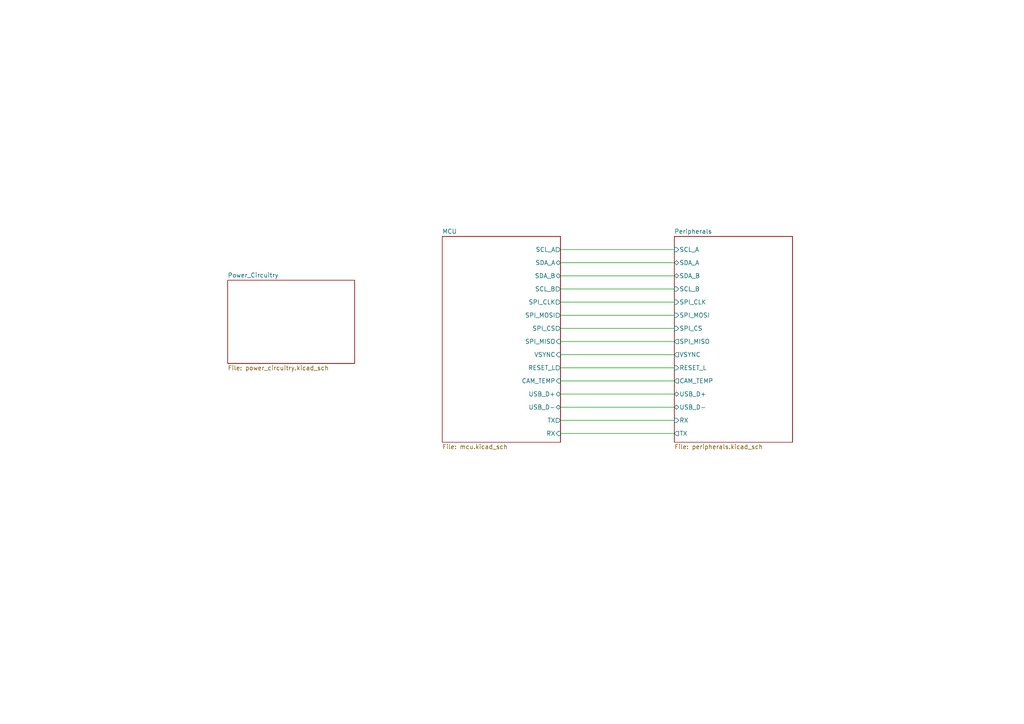
<source format=kicad_sch>
(kicad_sch
	(version 20231120)
	(generator "eeschema")
	(generator_version "8.0")
	(uuid "1b613237-19dc-4add-b759-22dbb1a2d9dd")
	(paper "A4")
	(lib_symbols)
	(wire
		(pts
			(xy 162.56 91.44) (xy 195.58 91.44)
		)
		(stroke
			(width 0)
			(type default)
		)
		(uuid "22661251-41df-428a-b040-8c7c55c62fdf")
	)
	(wire
		(pts
			(xy 162.56 80.01) (xy 195.58 80.01)
		)
		(stroke
			(width 0)
			(type default)
		)
		(uuid "3ee23aeb-814e-42d0-a385-941982ce78a7")
	)
	(wire
		(pts
			(xy 162.56 76.2) (xy 195.58 76.2)
		)
		(stroke
			(width 0)
			(type default)
		)
		(uuid "415ed1f1-fac1-41f1-beae-018a610d45ed")
	)
	(wire
		(pts
			(xy 162.56 106.68) (xy 195.58 106.68)
		)
		(stroke
			(width 0)
			(type default)
		)
		(uuid "60f33236-bfd8-4469-a9a6-c718ca8caeef")
	)
	(wire
		(pts
			(xy 162.56 102.87) (xy 195.58 102.87)
		)
		(stroke
			(width 0)
			(type default)
		)
		(uuid "65c3af8d-6dec-4b69-af8d-05162d160371")
	)
	(wire
		(pts
			(xy 162.56 110.49) (xy 195.58 110.49)
		)
		(stroke
			(width 0)
			(type default)
		)
		(uuid "6b7aa35c-17a0-4a11-88bf-46c0872215f7")
	)
	(wire
		(pts
			(xy 162.56 99.06) (xy 195.58 99.06)
		)
		(stroke
			(width 0)
			(type default)
		)
		(uuid "6bb39e43-84ba-4ef4-8fbd-63e107d8f496")
	)
	(wire
		(pts
			(xy 162.56 114.3) (xy 195.58 114.3)
		)
		(stroke
			(width 0)
			(type default)
		)
		(uuid "87204314-7586-49f0-bb7b-d71fc0a29160")
	)
	(wire
		(pts
			(xy 162.56 72.39) (xy 195.58 72.39)
		)
		(stroke
			(width 0)
			(type default)
		)
		(uuid "9886850c-c417-4c1f-9c9d-3d812390c0d2")
	)
	(wire
		(pts
			(xy 162.56 87.63) (xy 195.58 87.63)
		)
		(stroke
			(width 0)
			(type default)
		)
		(uuid "a2d4fbb9-d457-418b-abcc-aa4f0963b834")
	)
	(wire
		(pts
			(xy 162.56 83.82) (xy 195.58 83.82)
		)
		(stroke
			(width 0)
			(type default)
		)
		(uuid "a7474fec-9183-4bbb-b8d5-3ac41b52fb0d")
	)
	(wire
		(pts
			(xy 162.56 125.73) (xy 195.58 125.73)
		)
		(stroke
			(width 0)
			(type default)
		)
		(uuid "c63977ce-e0ff-4038-8662-a3e8ab4b6594")
	)
	(wire
		(pts
			(xy 162.56 95.25) (xy 195.58 95.25)
		)
		(stroke
			(width 0)
			(type default)
		)
		(uuid "e1749e27-41c4-4eec-88fb-e2d562feae4a")
	)
	(wire
		(pts
			(xy 162.56 121.92) (xy 195.58 121.92)
		)
		(stroke
			(width 0)
			(type default)
		)
		(uuid "e65c64b2-83e3-464b-a69f-a79af3a809d3")
	)
	(wire
		(pts
			(xy 162.56 118.11) (xy 195.58 118.11)
		)
		(stroke
			(width 0)
			(type default)
		)
		(uuid "f0d5cfb4-365d-4e9e-ae0f-8c7a2bde4368")
	)
	(sheet
		(at 128.27 68.58)
		(size 34.29 59.69)
		(fields_autoplaced yes)
		(stroke
			(width 0.1524)
			(type solid)
		)
		(fill
			(color 0 0 0 0.0000)
		)
		(uuid "069bbaa0-8b55-4008-896f-7c5bd92df2ff")
		(property "Sheetname" "MCU"
			(at 128.27 67.8684 0)
			(effects
				(font
					(size 1.27 1.27)
				)
				(justify left bottom)
			)
		)
		(property "Sheetfile" "mcu.kicad_sch"
			(at 128.27 128.8546 0)
			(effects
				(font
					(size 1.27 1.27)
				)
				(justify left top)
			)
		)
		(pin "CAM_TEMP" input
			(at 162.56 110.49 0)
			(effects
				(font
					(size 1.27 1.27)
				)
				(justify right)
			)
			(uuid "23d81660-2fb6-4010-aaec-d56b17740743")
		)
		(pin "RESET_L" output
			(at 162.56 106.68 0)
			(effects
				(font
					(size 1.27 1.27)
				)
				(justify right)
			)
			(uuid "5a4239fe-bf1c-4167-9819-1273094ee361")
		)
		(pin "VSYNC" input
			(at 162.56 102.87 0)
			(effects
				(font
					(size 1.27 1.27)
				)
				(justify right)
			)
			(uuid "30cdb826-ade5-4a77-a016-09efd2352929")
		)
		(pin "SPI_CS" output
			(at 162.56 95.25 0)
			(effects
				(font
					(size 1.27 1.27)
				)
				(justify right)
			)
			(uuid "d76fd569-5b77-464d-8c0a-2771d3d88123")
		)
		(pin "SPI_CLK" output
			(at 162.56 87.63 0)
			(effects
				(font
					(size 1.27 1.27)
				)
				(justify right)
			)
			(uuid "c2c788ee-1149-4ef1-9184-57ccbf30b759")
		)
		(pin "SPI_MOSI" output
			(at 162.56 91.44 0)
			(effects
				(font
					(size 1.27 1.27)
				)
				(justify right)
			)
			(uuid "d732e440-3bbf-4846-bb7c-aee1d547bede")
		)
		(pin "SPI_MISO" input
			(at 162.56 99.06 0)
			(effects
				(font
					(size 1.27 1.27)
				)
				(justify right)
			)
			(uuid "97f10299-21d2-43ab-902e-245fbdc1d940")
		)
		(pin "SCL_A" output
			(at 162.56 72.39 0)
			(effects
				(font
					(size 1.27 1.27)
				)
				(justify right)
			)
			(uuid "f2569ab4-c6be-4be4-85fc-8d31d4dab8ee")
		)
		(pin "SDA_A" bidirectional
			(at 162.56 76.2 0)
			(effects
				(font
					(size 1.27 1.27)
				)
				(justify right)
			)
			(uuid "9d28c56f-c557-4577-bf4f-b5c5e114de8e")
		)
		(pin "SDA_B" bidirectional
			(at 162.56 80.01 0)
			(effects
				(font
					(size 1.27 1.27)
				)
				(justify right)
			)
			(uuid "fe5c218e-eaa6-44be-adad-860199e16de8")
		)
		(pin "SCL_B" output
			(at 162.56 83.82 0)
			(effects
				(font
					(size 1.27 1.27)
				)
				(justify right)
			)
			(uuid "7d781032-43db-4ebb-930e-ca7d8c62ef2a")
		)
		(pin "USB_D-" bidirectional
			(at 162.56 118.11 0)
			(effects
				(font
					(size 1.27 1.27)
				)
				(justify right)
			)
			(uuid "b2173092-2049-4efb-936d-34d48d916835")
		)
		(pin "USB_D+" bidirectional
			(at 162.56 114.3 0)
			(effects
				(font
					(size 1.27 1.27)
				)
				(justify right)
			)
			(uuid "5149e4c7-9134-4cf7-94b1-64331960c396")
		)
		(pin "TX" output
			(at 162.56 121.92 0)
			(effects
				(font
					(size 1.27 1.27)
				)
				(justify right)
			)
			(uuid "522f52af-683e-4ae5-909d-0876019cc1ca")
		)
		(pin "RX" input
			(at 162.56 125.73 0)
			(effects
				(font
					(size 1.27 1.27)
				)
				(justify right)
			)
			(uuid "5259c59c-d41b-4f92-9720-c1b33b6dd341")
		)
		(instances
			(project "FrostByte_IRCamera_PCB"
				(path "/1b613237-19dc-4add-b759-22dbb1a2d9dd"
					(page "5")
				)
			)
		)
	)
	(sheet
		(at 195.58 68.58)
		(size 34.29 59.69)
		(fields_autoplaced yes)
		(stroke
			(width 0.1524)
			(type solid)
		)
		(fill
			(color 0 0 0 0.0000)
		)
		(uuid "330aee13-51bd-45e1-a1f3-b7f9df002247")
		(property "Sheetname" "Peripherals"
			(at 195.58 67.8684 0)
			(effects
				(font
					(size 1.27 1.27)
				)
				(justify left bottom)
			)
		)
		(property "Sheetfile" "peripherals.kicad_sch"
			(at 195.58 128.8546 0)
			(effects
				(font
					(size 1.27 1.27)
				)
				(justify left top)
			)
		)
		(pin "SPI_CLK" input
			(at 195.58 87.63 180)
			(effects
				(font
					(size 1.27 1.27)
				)
				(justify left)
			)
			(uuid "d5c4f76c-0011-4d1e-a8b4-b8896abcb566")
		)
		(pin "SPI_MOSI" input
			(at 195.58 91.44 180)
			(effects
				(font
					(size 1.27 1.27)
				)
				(justify left)
			)
			(uuid "e72a3a19-1aec-43f2-acfa-b97f0a73237d")
		)
		(pin "SPI_CS" input
			(at 195.58 95.25 180)
			(effects
				(font
					(size 1.27 1.27)
				)
				(justify left)
			)
			(uuid "fc4c0aa9-fcb6-4bbe-b324-bb15cd116e37")
		)
		(pin "SPI_MISO" output
			(at 195.58 99.06 180)
			(effects
				(font
					(size 1.27 1.27)
				)
				(justify left)
			)
			(uuid "387ce196-f00b-411e-a904-58c11a536d7d")
		)
		(pin "VSYNC" output
			(at 195.58 102.87 180)
			(effects
				(font
					(size 1.27 1.27)
				)
				(justify left)
			)
			(uuid "3acb0725-a35f-4a97-9fb9-e9ed357ecb3b")
		)
		(pin "RESET_L" input
			(at 195.58 106.68 180)
			(effects
				(font
					(size 1.27 1.27)
				)
				(justify left)
			)
			(uuid "96c25af6-433a-4bda-b970-62cc0a45c804")
		)
		(pin "CAM_TEMP" output
			(at 195.58 110.49 180)
			(effects
				(font
					(size 1.27 1.27)
				)
				(justify left)
			)
			(uuid "135a3246-9603-485e-88ed-0cff9fe01331")
		)
		(pin "SCL_B" input
			(at 195.58 83.82 180)
			(effects
				(font
					(size 1.27 1.27)
				)
				(justify left)
			)
			(uuid "b2c6d903-27bc-4c74-95f3-98ef5cfd7d62")
		)
		(pin "SDA_B" bidirectional
			(at 195.58 80.01 180)
			(effects
				(font
					(size 1.27 1.27)
				)
				(justify left)
			)
			(uuid "6a806975-75b2-49ca-8ce8-d45d2bc883ff")
		)
		(pin "SCL_A" input
			(at 195.58 72.39 180)
			(effects
				(font
					(size 1.27 1.27)
				)
				(justify left)
			)
			(uuid "44902134-7f6d-4283-a10f-2338a25d6529")
		)
		(pin "SDA_A" bidirectional
			(at 195.58 76.2 180)
			(effects
				(font
					(size 1.27 1.27)
				)
				(justify left)
			)
			(uuid "7dd37833-604a-4a4f-823b-2a404a47cf02")
		)
		(pin "USB_D-" bidirectional
			(at 195.58 118.11 180)
			(effects
				(font
					(size 1.27 1.27)
				)
				(justify left)
			)
			(uuid "6a32d067-00a2-403a-92c5-b7a34519fdeb")
		)
		(pin "USB_D+" bidirectional
			(at 195.58 114.3 180)
			(effects
				(font
					(size 1.27 1.27)
				)
				(justify left)
			)
			(uuid "983698c1-1d72-4f69-bf4d-1e420273aef2")
		)
		(pin "RX" input
			(at 195.58 121.92 180)
			(effects
				(font
					(size 1.27 1.27)
				)
				(justify left)
			)
			(uuid "ef5534d0-685a-4188-8273-6cb5527ddd46")
		)
		(pin "TX" output
			(at 195.58 125.73 180)
			(effects
				(font
					(size 1.27 1.27)
				)
				(justify left)
			)
			(uuid "77575b53-07c8-4fc5-ba02-4b5c026244f9")
		)
		(instances
			(project "FrostByte_IRCamera_PCB"
				(path "/1b613237-19dc-4add-b759-22dbb1a2d9dd"
					(page "4")
				)
			)
		)
	)
	(sheet
		(at 66.04 81.28)
		(size 36.83 24.13)
		(fields_autoplaced yes)
		(stroke
			(width 0.1524)
			(type solid)
		)
		(fill
			(color 0 0 0 0.0000)
		)
		(uuid "6bdcb20a-d0aa-4381-88e7-e02725f99672")
		(property "Sheetname" "Power_Circuitry"
			(at 66.04 80.5684 0)
			(effects
				(font
					(size 1.27 1.27)
				)
				(justify left bottom)
			)
		)
		(property "Sheetfile" "power_circuitry.kicad_sch"
			(at 66.04 105.9946 0)
			(effects
				(font
					(size 1.27 1.27)
				)
				(justify left top)
			)
		)
		(instances
			(project "FrostByte_IRCamera_PCB"
				(path "/1b613237-19dc-4add-b759-22dbb1a2d9dd"
					(page "2")
				)
			)
		)
	)
	(sheet_instances
		(path "/"
			(page "1")
		)
	)
)

</source>
